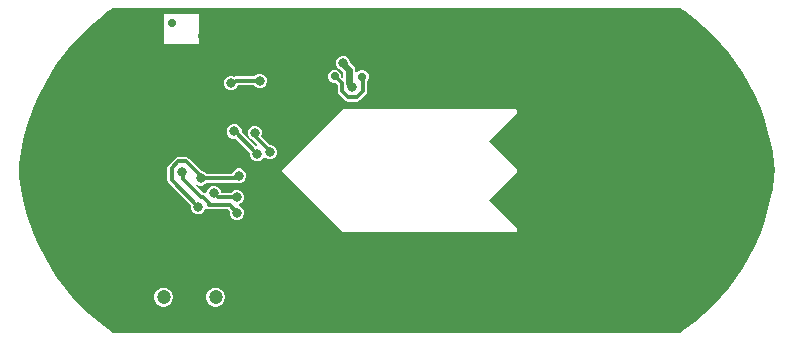
<source format=gbr>
%TF.GenerationSoftware,Altium Limited,Altium Designer,23.8.1 (32)*%
G04 Layer_Physical_Order=2*
G04 Layer_Color=16711680*
%FSLAX45Y45*%
%MOMM*%
%TF.SameCoordinates,BDBBB65B-ECCD-4A33-B3A0-C369F96B0D16*%
%TF.FilePolarity,Positive*%
%TF.FileFunction,Copper,L2,Bot,Signal*%
%TF.Part,Single*%
G01*
G75*
%TA.AperFunction,Conductor*%
%ADD34C,0.30000*%
%ADD35C,0.60000*%
%TA.AperFunction,ComponentPad*%
%ADD40C,1.20000*%
%TA.AperFunction,ViaPad*%
%ADD41C,0.70000*%
%ADD42C,0.60000*%
%ADD43C,0.80000*%
G36*
X2400000Y1375000D02*
X2442584Y1346157D01*
X2524386Y1283790D01*
X2602564Y1216937D01*
X2676874Y1145808D01*
X2747081Y1070628D01*
X2812965Y991631D01*
X2874319Y909067D01*
X2930950Y823194D01*
X2982680Y734283D01*
X3029347Y642612D01*
X3070804Y548471D01*
X3106920Y452155D01*
X3137582Y353966D01*
X3162694Y254213D01*
X3182178Y153210D01*
X3195970Y51274D01*
X3200000Y-0D01*
X3195970Y-51275D01*
X3182178Y-153211D01*
X3162694Y-254214D01*
X3137582Y-353967D01*
X3106920Y-452155D01*
X3070804Y-548472D01*
X3029347Y-642613D01*
X2982681Y-734283D01*
X2930950Y-823194D01*
X2874319Y-909067D01*
X2812965Y-991631D01*
X2747081Y-1070628D01*
X2676874Y-1145809D01*
X2602565Y-1216938D01*
X2524386Y-1283790D01*
X2442584Y-1346158D01*
X2400000Y-1375000D01*
X-2400000D01*
X-2442584Y-1346158D01*
X-2524386Y-1283790D01*
X-2602565Y-1216937D01*
X-2676875Y-1145809D01*
X-2747082Y-1070628D01*
X-2812966Y-991631D01*
X-2874320Y-909067D01*
X-2930951Y-823194D01*
X-2982681Y-734283D01*
X-3029348Y-642613D01*
X-3070804Y-548471D01*
X-3106920Y-452155D01*
X-3137583Y-353967D01*
X-3162695Y-254214D01*
X-3182178Y-153211D01*
X-3195970Y-51275D01*
X-3200000Y-0D01*
X-3200000Y0D01*
X-3195970Y51274D01*
X-3182178Y153211D01*
X-3162695Y254214D01*
X-3137583Y353966D01*
X-3106920Y452155D01*
X-3070804Y548471D01*
X-3029348Y642612D01*
X-2982681Y734283D01*
X-2930951Y823194D01*
X-2874320Y909067D01*
X-2812966Y991631D01*
X-2747081Y1070628D01*
X-2676874Y1145809D01*
X-2602565Y1216937D01*
X-2524386Y1283790D01*
X-2442584Y1346157D01*
X-2400000Y1375000D01*
X-2400000Y1375000D01*
X2400000Y1375000D01*
D02*
G37*
%LPC*%
G36*
X-1675000Y1325000D02*
X-1975000D01*
Y1075000D01*
X-1675000D01*
Y1325000D01*
D02*
G37*
G36*
X-1147565Y820000D02*
X-1171435D01*
X-1193487Y810866D01*
X-1208667Y795686D01*
X-1364970D01*
X-1377136Y793266D01*
X-1388565Y798000D01*
X-1412435D01*
X-1434487Y788865D01*
X-1451366Y771987D01*
X-1460500Y749934D01*
Y726065D01*
X-1451366Y704013D01*
X-1434487Y687134D01*
X-1412435Y678000D01*
X-1388565D01*
X-1366513Y687134D01*
X-1349635Y704013D01*
X-1341225Y724314D01*
X-1208667D01*
X-1193487Y709134D01*
X-1171435Y700000D01*
X-1147565D01*
X-1125513Y709134D01*
X-1108634Y726013D01*
X-1099500Y748065D01*
Y771935D01*
X-1108634Y793987D01*
X-1125513Y810866D01*
X-1147565Y820000D01*
D02*
G37*
G36*
X-443065Y970000D02*
X-466935D01*
X-488987Y960865D01*
X-505865Y943987D01*
X-515000Y921935D01*
Y898065D01*
X-505865Y876013D01*
X-488987Y859134D01*
X-476449Y853941D01*
X-452391Y829883D01*
Y789451D01*
X-464124Y784591D01*
X-472500Y792967D01*
Y808440D01*
X-480874Y828655D01*
X-496345Y844127D01*
X-516560Y852500D01*
X-538440D01*
X-558655Y844127D01*
X-574127Y828655D01*
X-582500Y808440D01*
Y786560D01*
X-574127Y766345D01*
X-558655Y750874D01*
X-538440Y742500D01*
X-522967D01*
X-502097Y721629D01*
Y671960D01*
X-499380Y658303D01*
X-491644Y646726D01*
X-438209Y593291D01*
X-426632Y585555D01*
X-412975Y582839D01*
X-340074D01*
X-326417Y585555D01*
X-314840Y593291D01*
X-263291Y644840D01*
X-255555Y656417D01*
X-252839Y670074D01*
Y759380D01*
X-248373Y763845D01*
X-240000Y784060D01*
Y805940D01*
X-248373Y826155D01*
X-263845Y841626D01*
X-284060Y850000D01*
X-305940D01*
X-326155Y841626D01*
X-337731Y830050D01*
X-350431Y835310D01*
Y850999D01*
X-354312Y870508D01*
X-365363Y887047D01*
X-395000Y916684D01*
Y921935D01*
X-404134Y943987D01*
X-421013Y960865D01*
X-443065Y970000D01*
D02*
G37*
G36*
X-1363065Y390000D02*
X-1386935D01*
X-1408987Y380866D01*
X-1425866Y363987D01*
X-1435000Y341935D01*
Y318065D01*
X-1425866Y296013D01*
X-1408987Y279135D01*
X-1386935Y270000D01*
X-1363065D01*
X-1361936Y270468D01*
X-1240000Y148533D01*
Y131066D01*
X-1230865Y109013D01*
X-1213987Y92135D01*
X-1191935Y83000D01*
X-1168065D01*
X-1146013Y92135D01*
X-1129134Y109013D01*
X-1128831Y109745D01*
X-1116375Y112222D01*
X-1108719Y104566D01*
X-1086666Y95431D01*
X-1062797D01*
X-1040744Y104566D01*
X-1023866Y121444D01*
X-1014732Y143497D01*
Y167366D01*
X-1023866Y189418D01*
X-1040744Y206297D01*
X-1062797Y215431D01*
X-1077513D01*
X-1150817Y288735D01*
X-1143224Y307066D01*
Y330935D01*
X-1152359Y352988D01*
X-1169237Y369866D01*
X-1191289Y379000D01*
X-1215159D01*
X-1237211Y369866D01*
X-1254090Y352988D01*
X-1263224Y330935D01*
Y307066D01*
X-1254090Y285013D01*
X-1237211Y268135D01*
X-1223207Y262334D01*
X-1218891Y255875D01*
X-1182242Y219226D01*
X-1187016Y206438D01*
X-1195710Y205178D01*
X-1315000Y324467D01*
Y341935D01*
X-1324135Y363987D01*
X-1341013Y380866D01*
X-1363065Y390000D01*
D02*
G37*
G36*
X-1783549Y111686D02*
X-1856451D01*
X-1870107Y108969D01*
X-1881684Y101233D01*
X-1933234Y49684D01*
X-1940969Y38107D01*
X-1943686Y24451D01*
Y-81072D01*
X-1940969Y-94728D01*
X-1933234Y-106305D01*
X-1739500Y-300039D01*
Y-321506D01*
X-1730366Y-343559D01*
X-1713487Y-360437D01*
X-1691435Y-369572D01*
X-1667565D01*
X-1645513Y-360437D01*
X-1628635Y-343559D01*
X-1621494Y-326319D01*
X-1609451Y-321289D01*
X-1606800Y-321231D01*
X-1602415Y-324161D01*
X-1588759Y-326877D01*
X-1431590D01*
X-1410000Y-348467D01*
Y-369935D01*
X-1400866Y-391987D01*
X-1383987Y-408866D01*
X-1361935Y-418000D01*
X-1338065D01*
X-1316013Y-408866D01*
X-1299135Y-391987D01*
X-1290000Y-369935D01*
Y-346065D01*
X-1299135Y-324013D01*
X-1316013Y-307135D01*
X-1336318Y-298724D01*
X-1337855Y-292572D01*
X-1337581Y-285501D01*
X-1321562Y-278866D01*
X-1304684Y-261987D01*
X-1295549Y-239935D01*
Y-216065D01*
X-1304684Y-194013D01*
X-1321562Y-177135D01*
X-1343615Y-168000D01*
X-1367484D01*
X-1389536Y-177135D01*
X-1404716Y-192314D01*
X-1490335D01*
Y-177900D01*
X-1499469Y-155848D01*
X-1516348Y-138969D01*
X-1538400Y-129835D01*
X-1562270D01*
X-1584322Y-138969D01*
X-1601201Y-155848D01*
X-1610335Y-177900D01*
Y-186414D01*
X-1623035Y-192851D01*
X-1629393Y-188602D01*
X-1643049Y-185886D01*
X-1643598D01*
X-1701551Y-127933D01*
X-1693987Y-118366D01*
X-1671935Y-127500D01*
X-1648065D01*
X-1626013Y-118366D01*
X-1610833Y-103186D01*
X-1373765D01*
X-1360109Y-100469D01*
X-1357390Y-98653D01*
X-1347443Y-102773D01*
X-1323573D01*
X-1301521Y-93638D01*
X-1284643Y-76760D01*
X-1275508Y-54708D01*
Y-30838D01*
X-1284643Y-8786D01*
X-1301521Y8093D01*
X-1323573Y17227D01*
X-1347443D01*
X-1369495Y8093D01*
X-1386374Y-8786D01*
X-1395508Y-30838D01*
Y-31814D01*
X-1610833D01*
X-1626013Y-16634D01*
X-1648065Y-7500D01*
X-1649582D01*
X-1758316Y101233D01*
X-1769893Y108969D01*
X-1783549Y111686D01*
D02*
G37*
G36*
X1000000Y520392D02*
X-450000D01*
X-457804Y518840D01*
X-464419Y514419D01*
X-964419Y14419D01*
X-968840Y7804D01*
X-970392Y0D01*
X-968840Y-7804D01*
X-964419Y-14419D01*
X-464419Y-514419D01*
X-457804Y-518840D01*
X-450000Y-520392D01*
X999999D01*
X1000000Y-520392D01*
X1007804Y-518840D01*
X1014419Y-514419D01*
X1018840Y-507804D01*
X1020392Y-500000D01*
X1018840Y-492196D01*
X1014419Y-485581D01*
X1014419Y-485580D01*
X778839Y-250000D01*
X1014419Y-14419D01*
X1018840Y-7804D01*
X1020392Y0D01*
X1018840Y7804D01*
X1014419Y14419D01*
X1014419Y14420D01*
X778839Y250000D01*
X1014419Y485581D01*
X1018840Y492196D01*
X1020392Y500000D01*
X1018840Y507804D01*
X1014419Y514419D01*
X1007804Y518840D01*
X1000000Y520392D01*
D02*
G37*
G36*
X-1524468Y-992500D02*
X-1545532D01*
X-1565879Y-997952D01*
X-1584121Y-1008484D01*
X-1599016Y-1023379D01*
X-1609548Y-1041621D01*
X-1615000Y-1061968D01*
Y-1083032D01*
X-1609548Y-1103379D01*
X-1599016Y-1121621D01*
X-1584121Y-1136516D01*
X-1565879Y-1147048D01*
X-1545532Y-1152500D01*
X-1524468D01*
X-1504121Y-1147048D01*
X-1485879Y-1136516D01*
X-1470984Y-1121621D01*
X-1460452Y-1103379D01*
X-1455000Y-1083032D01*
Y-1061968D01*
X-1460452Y-1041621D01*
X-1470984Y-1023379D01*
X-1485879Y-1008484D01*
X-1504121Y-997952D01*
X-1524468Y-992500D01*
D02*
G37*
G36*
X-1964468D02*
X-1985532D01*
X-2005879Y-997952D01*
X-2024121Y-1008484D01*
X-2039016Y-1023379D01*
X-2049548Y-1041621D01*
X-2055000Y-1061968D01*
Y-1083032D01*
X-2049548Y-1103379D01*
X-2039016Y-1121621D01*
X-2024121Y-1136516D01*
X-2005879Y-1147048D01*
X-1985532Y-1152500D01*
X-1964468D01*
X-1944121Y-1147048D01*
X-1925879Y-1136516D01*
X-1910984Y-1121621D01*
X-1900452Y-1103379D01*
X-1895000Y-1083032D01*
Y-1061968D01*
X-1900452Y-1041621D01*
X-1910984Y-1023379D01*
X-1925879Y-1008484D01*
X-1944121Y-997952D01*
X-1964468Y-992500D01*
D02*
G37*
%LPD*%
D34*
X-527500Y797500D02*
X-466411Y736411D01*
X-340074Y618524D02*
X-288524Y670074D01*
X-295000Y795000D02*
X-288524Y788524D01*
X-412975Y618524D02*
X-340074D01*
X-466411Y671960D02*
Y736411D01*
Y671960D02*
X-412975Y618524D01*
X-288524Y670074D02*
Y788524D01*
X-1660000Y-67500D02*
Y-47549D01*
X-1783549Y76000D02*
X-1660000Y-47549D01*
X-1856451Y76000D02*
X-1783549D01*
X-1908000Y24451D02*
X-1856451Y76000D01*
X-1908000Y-81072D02*
Y24451D01*
Y-81072D02*
X-1679500Y-309572D01*
X-1810433Y-69518D02*
X-1658379Y-221572D01*
X-1820000Y-12000D02*
X-1810433Y-21567D01*
Y-69518D02*
Y-21567D01*
X-1658379Y-221572D02*
X-1643049D01*
X-1591500Y-273121D01*
X-1550335Y-191635D02*
Y-189835D01*
X-1591500Y-288451D02*
Y-273121D01*
X-1550335Y-191635D02*
X-1513970Y-228000D01*
X-1591500Y-288451D02*
X-1588759Y-291192D01*
X-1513970Y-228000D02*
X-1355549D01*
X-1588759Y-291192D02*
X-1416808D01*
X-1350000Y-358000D01*
X-1660000Y-67500D02*
X-1373765D01*
X-1349038Y-42773D02*
X-1335508D01*
X-1373765Y-67500D02*
X-1349038Y-42773D01*
X-1386970Y738000D02*
X-1364970Y760000D01*
X-1159500D01*
X-1400500Y738000D02*
X-1386970D01*
X-1371000Y330000D02*
X-1184000Y143000D01*
X-1203224Y319000D02*
X-1193657Y309433D01*
X-1375000Y330000D02*
X-1371000D01*
X-1193657Y281108D02*
X-1074731Y162183D01*
X-1193657Y281108D02*
Y309433D01*
X-1074731Y155431D02*
Y162183D01*
X-1184000Y143000D02*
X-1180000D01*
D35*
X-376525Y706524D02*
Y711937D01*
X-401411Y736823D02*
X-376525Y711937D01*
X-455000Y904588D02*
X-401411Y850999D01*
X-455000Y904588D02*
Y910000D01*
X-401411Y736823D02*
Y850999D01*
D40*
X-1975000Y-1072500D02*
D03*
X-1535000D02*
D03*
D41*
X-2130000Y990000D02*
D03*
X2900000Y-700000D02*
D03*
X2700000D02*
D03*
X2500000D02*
D03*
X2300000D02*
D03*
X2100000D02*
D03*
X1700000Y-500000D02*
D03*
X1800000Y-300000D02*
D03*
X1700000Y-100000D02*
D03*
X1800000Y100000D02*
D03*
X2800000Y-500000D02*
D03*
X2600000D02*
D03*
X2400000D02*
D03*
X2200000D02*
D03*
X2100000Y-300000D02*
D03*
X2300000D02*
D03*
X2500000D02*
D03*
X2700000D02*
D03*
X2800000Y-100000D02*
D03*
X2600000D02*
D03*
X2400000D02*
D03*
X2200000D02*
D03*
X2100000Y100000D02*
D03*
X2300000D02*
D03*
X2500000D02*
D03*
X2700000D02*
D03*
X2800000Y300000D02*
D03*
X2600000D02*
D03*
X2400000D02*
D03*
X2200000D02*
D03*
X1700000D02*
D03*
X1800000Y500000D02*
D03*
X2100000D02*
D03*
X2300000D02*
D03*
X2500000D02*
D03*
X2700000D02*
D03*
X2800000Y700000D02*
D03*
X2600000D02*
D03*
X2400000D02*
D03*
X2200000D02*
D03*
X1700000D02*
D03*
X1800000Y900000D02*
D03*
X2100000D02*
D03*
X2300000D02*
D03*
X2500000D02*
D03*
X2700000D02*
D03*
X1550000Y1050000D02*
D03*
X1450000Y1150000D02*
D03*
X1150000D02*
D03*
X950000Y1050000D02*
D03*
X1150000Y950000D02*
D03*
X1300000Y1050000D02*
D03*
X1450000Y950000D02*
D03*
X-2501250Y-875000D02*
D03*
X-1570000Y-590000D02*
D03*
X-1520000Y-760000D02*
D03*
X900000Y-300000D02*
D03*
X950000Y-150000D02*
D03*
X1000000Y150000D02*
D03*
X900000Y300000D02*
D03*
X975000Y575000D02*
D03*
X875000Y650000D02*
D03*
X750000Y575000D02*
D03*
X650000Y650000D02*
D03*
X550000Y575000D02*
D03*
X450000Y650000D02*
D03*
X350000Y575000D02*
D03*
X-2055000Y1275000D02*
D03*
X-1650000Y1140000D02*
D03*
X-1380000Y1000000D02*
D03*
X-1130000Y1050000D02*
D03*
X-2630000Y1110000D02*
D03*
X-2490000Y1210000D02*
D03*
X-2350000Y1300000D02*
D03*
X-470000Y-1200000D02*
D03*
X-900000Y1100000D02*
D03*
Y800000D02*
D03*
X-150000Y-800000D02*
D03*
X50000Y-900000D02*
D03*
X300000Y-800000D02*
D03*
X500000Y-900000D02*
D03*
X-600000Y450000D02*
D03*
X-750000Y300000D02*
D03*
X-900000Y150000D02*
D03*
X-2550000Y-1200000D02*
D03*
X-2800000Y-900000D02*
D03*
Y-600000D02*
D03*
X-2950000Y-650000D02*
D03*
X-3050000Y-400000D02*
D03*
X-2950000Y-250000D02*
D03*
X-3100000Y-150000D02*
D03*
Y0D02*
D03*
X350000Y-1250000D02*
D03*
X600000Y-1300000D02*
D03*
X850000Y-1250000D02*
D03*
X1100000Y-1300000D02*
D03*
X1300000Y-1250000D02*
D03*
X1500000Y-1300000D02*
D03*
X1700000Y-1250000D02*
D03*
X1950000Y-1300000D02*
D03*
X1250000Y-450000D02*
D03*
X1400000Y-300000D02*
D03*
X1100000D02*
D03*
X1250000Y-150000D02*
D03*
X1400000Y0D02*
D03*
X1100000D02*
D03*
X1250000Y150000D02*
D03*
X1400000Y300000D02*
D03*
X1100000D02*
D03*
X1250000Y450000D02*
D03*
X1400000Y600000D02*
D03*
X1100000D02*
D03*
X2000000Y-900000D02*
D03*
X2250000D02*
D03*
X2500000D02*
D03*
X-1899950Y1249950D02*
D03*
X-295000Y795000D02*
D03*
X-527500Y797500D02*
D03*
X-1005000Y915000D02*
D03*
X-2207500Y715000D02*
D03*
X-1520000Y-877500D02*
D03*
X-2925000Y-412500D02*
D03*
X650000Y1117500D02*
D03*
X-890000Y-160000D02*
D03*
X-850000Y-310000D02*
D03*
X-1190000Y520000D02*
D03*
X-1430000Y1170000D02*
D03*
X-470000Y-1080000D02*
D03*
X1100000Y-500000D02*
D03*
X650000Y-900000D02*
D03*
X-2795000Y690000D02*
D03*
X-2845000Y145000D02*
D03*
X55000Y1080000D02*
D03*
X125000Y1150000D02*
D03*
X-25000D02*
D03*
X125000Y1000000D02*
D03*
X-25000D02*
D03*
D42*
X-735000Y-1212500D02*
D03*
D43*
X-376525Y706524D02*
D03*
X-150000Y775000D02*
D03*
X-455000Y910000D02*
D03*
X-152500Y1295500D02*
D03*
X-1660000Y-67500D02*
D03*
X-1820000Y-12000D02*
D03*
X-1679500Y-309572D02*
D03*
X-1550335Y-189835D02*
D03*
X-1355549Y-228000D02*
D03*
X-1350000Y-358000D02*
D03*
X-1335508Y-42773D02*
D03*
X-1400500Y738000D02*
D03*
X-1159500Y760000D02*
D03*
X-1180000Y143000D02*
D03*
X-1203224Y319000D02*
D03*
X-1074731Y155431D02*
D03*
X-1375000Y330000D02*
D03*
X-400000Y1150000D02*
D03*
%TF.MD5,8f351a67986d1d8d89b6ad2e696db6fd*%
M02*

</source>
